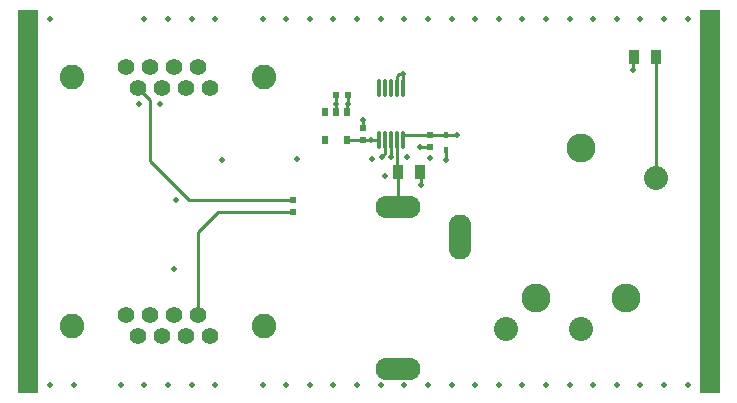
<source format=gtl>
G04*
G04 #@! TF.GenerationSoftware,Altium Limited,Altium Designer,20.2.3 (150)*
G04*
G04 Layer_Physical_Order=1*
G04 Layer_Color=255*
%FSLAX25Y25*%
%MOIN*%
G70*
G04*
G04 #@! TF.SameCoordinates,3E38D990-C2B7-4735-83C5-0ECDFB60B5A1*
G04*
G04*
G04 #@! TF.FilePolarity,Positive*
G04*
G01*
G75*
%ADD10C,0.01000*%
G04:AMPARAMS|DCode=18|XSize=57.09mil|YSize=11.81mil|CornerRadius=1.48mil|HoleSize=0mil|Usage=FLASHONLY|Rotation=90.000|XOffset=0mil|YOffset=0mil|HoleType=Round|Shape=RoundedRectangle|*
%AMROUNDEDRECTD18*
21,1,0.05709,0.00886,0,0,90.0*
21,1,0.05413,0.01181,0,0,90.0*
1,1,0.00295,0.00443,0.02707*
1,1,0.00295,0.00443,-0.02707*
1,1,0.00295,-0.00443,-0.02707*
1,1,0.00295,-0.00443,0.02707*
%
%ADD18ROUNDEDRECTD18*%
%ADD19R,0.01575X0.01890*%
%ADD20R,0.02362X0.01968*%
%ADD21R,0.03543X0.05118*%
%ADD22R,0.01968X0.01968*%
%ADD23R,0.01968X0.01968*%
%ADD37R,0.02165X0.03150*%
%ADD38C,0.08200*%
%ADD39C,0.05500*%
%ADD40C,0.08000*%
%ADD41C,0.09600*%
%ADD42O,0.07480X0.14961*%
%ADD43O,0.14961X0.07480*%
%ADD44C,0.02000*%
G36*
X66929Y40390D02*
X60075D01*
Y168272D01*
X66929D01*
Y40390D01*
D02*
G37*
G36*
X294256D02*
X287402D01*
Y168272D01*
X294256D01*
X294256Y40390D01*
D02*
G37*
D10*
X126772Y100787D02*
X151969D01*
X117323Y104724D02*
X151969D01*
X120236Y94252D02*
X126772Y100787D01*
X120236Y66370D02*
Y94252D01*
X104331Y117717D02*
Y138197D01*
Y117717D02*
X117323Y104724D01*
X100236Y142291D02*
X104331Y138197D01*
X194488Y109843D02*
Y113976D01*
X184630Y119307D02*
Y124787D01*
X186614Y114370D02*
Y124803D01*
Y114370D02*
X186811Y114173D01*
X184614Y119291D02*
X184630Y119307D01*
Y124787D02*
X184646Y124803D01*
X194291Y114173D02*
X194488Y113976D01*
X273031Y112270D02*
Y152362D01*
X265354Y148031D02*
Y152165D01*
X265551Y152362D01*
X188673Y126378D02*
X197638D01*
X188583Y126287D02*
X188673Y126378D01*
X188583Y124803D02*
Y126287D01*
X202756Y118110D02*
Y121417D01*
X194380Y122450D02*
X197629D01*
X197638Y122441D01*
X197638Y122441D01*
X181496Y119291D02*
X182677Y120472D01*
X175197Y128740D02*
Y131496D01*
X187200Y146697D02*
X188430D01*
X186614Y142126D02*
Y146112D01*
X187200Y146697D01*
X188430D02*
X188583Y146850D01*
X186614Y142126D02*
X186614Y142126D01*
X188583Y142126D02*
Y146850D01*
X169882Y134252D02*
X169980Y134350D01*
Y136909D01*
X170079Y137008D01*
Y139370D01*
X166142Y137008D02*
Y139370D01*
X166142Y137008D02*
X166142Y137008D01*
X166142Y134252D02*
Y137008D01*
X202638Y126496D02*
X202756Y126614D01*
X197756Y126496D02*
X202638D01*
X197638Y126378D02*
X197756Y126496D01*
X175197Y124803D02*
X177953D01*
X169882D02*
X175197D01*
X177953D02*
X180709D01*
X202756Y126614D02*
X202874Y126496D01*
X188583Y124803D02*
X188673Y124713D01*
X182677Y120472D02*
Y124803D01*
X186937Y102390D02*
Y112992D01*
X186614Y113315D02*
X186937Y112992D01*
X202874Y126496D02*
X206575D01*
X206693Y126378D01*
D18*
X180709Y142126D02*
D03*
X182677D02*
D03*
X184646D02*
D03*
X186614D02*
D03*
X188583D02*
D03*
Y124803D02*
D03*
X186614D02*
D03*
X184646D02*
D03*
X180709D02*
D03*
X182677D02*
D03*
D19*
X202756Y126614D02*
D03*
Y121417D02*
D03*
D20*
X151969Y104724D02*
D03*
Y100787D02*
D03*
X197638Y122441D02*
D03*
Y126378D02*
D03*
D21*
X265551Y152362D02*
D03*
X273031D02*
D03*
X194291Y114173D02*
D03*
X186811D02*
D03*
D22*
X175197Y124803D02*
D03*
Y128740D02*
D03*
D23*
X170079Y139764D02*
D03*
X166142D02*
D03*
D37*
X169882Y134252D02*
D03*
X166142D02*
D03*
X162402D02*
D03*
Y124803D02*
D03*
X169882D02*
D03*
D38*
X142236Y62870D02*
D03*
X78236D02*
D03*
Y145791D02*
D03*
X142236D02*
D03*
D39*
X96236Y66370D02*
D03*
X100236Y59370D02*
D03*
X104236Y66370D02*
D03*
X108236Y59370D02*
D03*
X112236Y66370D02*
D03*
X116236Y59370D02*
D03*
X120236Y66370D02*
D03*
X124236Y59370D02*
D03*
Y142291D02*
D03*
X120236Y149291D02*
D03*
X116236Y142291D02*
D03*
X112236Y149291D02*
D03*
X108236Y142291D02*
D03*
X104236Y149291D02*
D03*
X100236Y142291D02*
D03*
X96236Y149291D02*
D03*
D40*
X273031Y112270D02*
D03*
X248031Y61970D02*
D03*
X223031D02*
D03*
D41*
X263032Y72270D02*
D03*
X233032D02*
D03*
X248031Y122270D02*
D03*
D42*
X207410Y92547D02*
D03*
D43*
X186937Y102390D02*
D03*
Y48453D02*
D03*
D44*
X112205Y81890D02*
D03*
X178347Y118504D02*
D03*
X181496Y119291D02*
D03*
X100394Y137008D02*
D03*
X194488Y109843D02*
D03*
X182677Y112992D02*
D03*
X184614Y119291D02*
D03*
X70866Y165354D02*
D03*
X102362D02*
D03*
X110236D02*
D03*
X118110D02*
D03*
X125984D02*
D03*
X141732D02*
D03*
X149606D02*
D03*
X157480D02*
D03*
X165354D02*
D03*
X173228D02*
D03*
X181102D02*
D03*
X188976D02*
D03*
X196850D02*
D03*
X204724D02*
D03*
X212598D02*
D03*
X220472D02*
D03*
X228346D02*
D03*
X236220D02*
D03*
X244094D02*
D03*
X251968D02*
D03*
X259842D02*
D03*
X267716D02*
D03*
X275590D02*
D03*
X283464D02*
D03*
X62992D02*
D03*
X283464Y43307D02*
D03*
X275590D02*
D03*
X267716D02*
D03*
X259842D02*
D03*
X251968D02*
D03*
X244094D02*
D03*
X236220D02*
D03*
X228346D02*
D03*
X220472D02*
D03*
X212598D02*
D03*
X204724D02*
D03*
X196850D02*
D03*
X188976D02*
D03*
X181102D02*
D03*
X173228D02*
D03*
X165354D02*
D03*
X157480D02*
D03*
X149606D02*
D03*
X141732D02*
D03*
X125984D02*
D03*
X118110D02*
D03*
X110236D02*
D03*
X102362D02*
D03*
X94488D02*
D03*
X78740D02*
D03*
X70866D02*
D03*
X112992Y104724D02*
D03*
X197638Y118898D02*
D03*
X189764Y119291D02*
D03*
X107480Y137008D02*
D03*
X153150Y118504D02*
D03*
X128347Y118110D02*
D03*
X202756D02*
D03*
X194380Y122450D02*
D03*
X175197Y131496D02*
D03*
X188583Y146850D02*
D03*
X170079Y137008D02*
D03*
X166142D02*
D03*
X177953Y124803D02*
D03*
X206693Y126378D02*
D03*
X291339Y165354D02*
D03*
Y157480D02*
D03*
Y149606D02*
D03*
Y141732D02*
D03*
Y133858D02*
D03*
Y125984D02*
D03*
Y118110D02*
D03*
Y110236D02*
D03*
Y98425D02*
D03*
Y90551D02*
D03*
Y82677D02*
D03*
Y74803D02*
D03*
Y66929D02*
D03*
Y59055D02*
D03*
Y51181D02*
D03*
Y43307D02*
D03*
Y104331D02*
D03*
X62992D02*
D03*
Y157480D02*
D03*
Y149606D02*
D03*
Y141732D02*
D03*
Y133858D02*
D03*
Y125984D02*
D03*
Y118110D02*
D03*
Y110236D02*
D03*
Y98425D02*
D03*
Y90551D02*
D03*
Y82677D02*
D03*
Y74803D02*
D03*
Y66929D02*
D03*
Y59055D02*
D03*
Y51181D02*
D03*
Y43307D02*
D03*
X265354Y148031D02*
D03*
M02*

</source>
